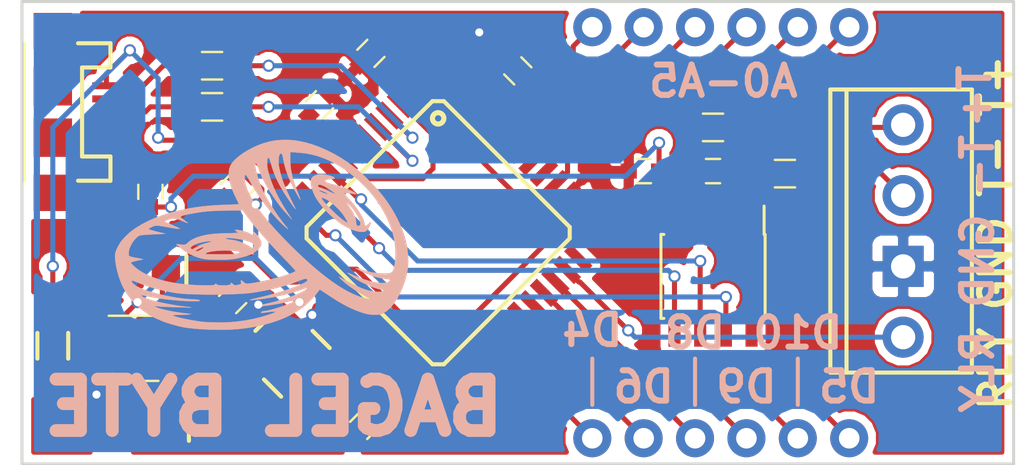
<source format=kicad_pcb>
(kicad_pcb (version 4) (host pcbnew 4.0.6)
  (layers (0 F.Cu signal) (31 B.Cu signal) (34 B.Paste user) (35 F.Paste user) (36 B.SilkS user) (37 F.SilkS user) (38 B.Mask user) (39 F.Mask user) (44 Edge.Cuts user))
  (net 0 "")
  (net 1 GND)
  (net 2 3.3V)
  (net 3 /T+)
  (net 4 /T-)
  (net 5 "Net-(C6-Pad1)")
  (net 6 /UVCC)
  (net 7 "Net-(C8-Pad1)")
  (net 8 "Net-(C9-Pad1)")
  (net 9 "Net-(C10-Pad1)")
  (net 10 5V)
  (net 11 /TIN+)
  (net 12 /TIN-)
  (net 13 /D10)
  (net 14 /D9)
  (net 15 /D8)
  (net 16 /D6)
  (net 17 /D5)
  (net 18 /D4)
  (net 19 /D11)
  (net 20 /A5)
  (net 21 /A4)
  (net 22 /A3)
  (net 23 /A2)
  (net 24 /A1)
  (net 25 /A0)
  (net 26 "Net-(J4-PadD+)")
  (net 27 "Net-(J4-PadD-)")
  (net 28 "Net-(J4-PadID)")
  (net 29 "Net-(J4-PadMT1)")
  (net 30 "Net-(M1-Pad1)")
  (net 31 /D-)
  (net 32 /D+)
  (net 33 /SS)
  (net 34 /SCK)
  (net 35 /MOSI)
  (net 36 /MISO)
  (net 37 "Net-(M1-Pad13)")
  (net 38 "Net-(M1-Pad18)")
  (net 39 "Net-(M1-Pad19)")
  (net 40 "Net-(M1-Pad20)")
  (net 41 "Net-(M1-Pad21)")
  (net 42 "Net-(M1-Pad22)")
  (net 43 "Net-(M1-Pad26)")
  (net 44 "Net-(M1-Pad33)")
  (net 45 "Net-(U2-Pad4)")
  (net 46 /RELAY)
  (module Fiducials:Fiducial_0.75mm_Dia_1.5mm_Outer (layer F.Cu) (at 131.064 73.025)
    (fp_text reference REF**)
    (fp_text value Fiducial_0.75mm_Dia_1.5mm_Outer)
    (pad ~ smd circle (at 0 0) (size 0.75 0.75) (layers F.Cu F.Mask) (clearance 0.375))
  )
  (module Connectors:USB-MICROB (layer F.Cu) (at 130.81 57.531 180)
    (fp_text reference J4)
    (fp_text value USB_MICRO-B_SMT)
    (pad D+ smd rect (at -2.64922 0) (size 1.39954 0.34798) (layers F.Cu F.Paste F.Mask) (net 26 "Net-(J4-PadD+)"))
    (pad D- smd rect (at -2.64922 0.6477) (size 1.39954 0.34798) (layers F.Cu F.Paste F.Mask) (net 27 "Net-(J4-PadD-)"))
    (pad GND smd rect (at -2.64922 -1.29794) (size 1.39954 0.34798) (layers F.Cu F.Paste F.Mask) (net 1 GND))
    (pad ID smd rect (at -2.64922 -0.6477) (size 1.39954 0.34798) (layers F.Cu F.Paste F.Mask) (net 28 "Net-(J4-PadID)"))
    (pad MT1 smd rect (at 0 3.99796 270) (size 1.79832 1.89992) (layers F.Cu F.Paste F.Mask) (net 29 "Net-(J4-PadMT1)"))
    (pad MT2 smd rect (at 0 -3.99796 270) (size 1.79832 1.89992) (layers F.Cu F.Paste F.Mask) (net 29 "Net-(J4-PadMT1)"))
    (pad P$1 smd rect (at 0 1.27 270) (size 1.89992 1.89992) (layers F.Cu F.Paste F.Mask) (net 29 "Net-(J4-PadMT1)"))
    (pad P$2 smd rect (at 0 -1.27 270) (size 1.89992 1.89992) (layers F.Cu F.Paste F.Mask) (net 29 "Net-(J4-PadMT1)"))
    (pad VBUS smd rect (at -2.64922 1.29794) (size 1.39954 0.34798) (layers F.Cu F.Paste F.Mask) (net 6 /UVCC))
  )
  (module Capacitors_SMD:C_0603 (layer F.Cu) (at 160.032 60.452 180)
    (fp_text reference C1)
    (fp_text value 0.1UF-0603-100V-10%)
    (pad 2 smd rect (at 0.75 0 180) (size 0.8 0.75) (layers F.Cu F.Paste F.Mask) (net 1 GND))
    (pad 1 smd rect (at -0.75 0 180) (size 0.8 0.75) (layers F.Cu F.Paste F.Mask) (net 2 3.3V))
  )
  (module Capacitors_SMD:C_0603 (layer F.Cu) (at 163.449 60.452 180)
    (fp_text reference C4)
    (fp_text value 10NF-0603-50V-10%)
    (pad 2 smd rect (at 0.75 0 180) (size 0.8 0.75) (layers F.Cu F.Paste F.Mask) (net 3 /T+))
    (pad 1 smd rect (at -0.75 0 180) (size 0.8 0.75) (layers F.Cu F.Paste F.Mask) (net 4 /T-))
  )
  (module Capacitors_SMD:C_0603 (layer F.Cu) (at 135.636 61.48 90)
    (fp_text reference C5)
    (fp_text value 0.1UF-0603-100V-10%)
    (pad 2 smd rect (at 0.75 0 90) (size 0.8 0.75) (layers F.Cu F.Paste F.Mask) (net 1 GND))
    (pad 1 smd rect (at -0.75 0 90) (size 0.8 0.75) (layers F.Cu F.Paste F.Mask) (net 2 3.3V))
  )
  (module Capacitors_SMD:C_0603 (layer F.Cu) (at 143.99567 57.17233 45)
    (fp_text reference C6)
    (fp_text value 1.0UF-0603-16V-10%)
    (pad 2 smd rect (at 0.75 0 45) (size 0.8 0.75) (layers F.Cu F.Paste F.Mask) (net 1 GND))
    (pad 1 smd rect (at -0.75 0 45) (size 0.8 0.75) (layers F.Cu F.Paste F.Mask) (net 5 "Net-(C6-Pad1)"))
  )
  (module Capacitors_SMD:C_0603 (layer F.Cu) (at 146.53567 54.63233 225)
    (fp_text reference C7)
    (fp_text value 1.0UF-0603-16V-10%)
    (pad 2 smd rect (at 0.75 0 225) (size 0.8 0.75) (layers F.Cu F.Paste F.Mask) (net 1 GND))
    (pad 1 smd rect (at -0.75 0 225) (size 0.8 0.75) (layers F.Cu F.Paste F.Mask) (net 6 /UVCC))
  )
  (module Capacitors_SMD:C_0603 (layer F.Cu) (at 153.797 55.499 135)
    (fp_text reference C8)
    (fp_text value 0.1UF-0603-100V-10%)
    (pad 2 smd rect (at 0.75 0 135) (size 0.8 0.75) (layers F.Cu F.Paste F.Mask) (net 1 GND))
    (pad 1 smd rect (at -0.75 0 135) (size 0.8 0.75) (layers F.Cu F.Paste F.Mask) (net 7 "Net-(C8-Pad1)"))
  )
  (module Capacitors_SMD:C_0603 (layer F.Cu) (at 146.177 73.025 225)
    (fp_text reference C9)
    (fp_text value 22PF-0603-50V-5%)
    (pad 2 smd rect (at 0.75 0 225) (size 0.8 0.75) (layers F.Cu F.Paste F.Mask) (net 1 GND))
    (pad 1 smd rect (at -0.75 0 225) (size 0.8 0.75) (layers F.Cu F.Paste F.Mask) (net 8 "Net-(C9-Pad1)"))
  )
  (module Capacitors_SMD:C_0603 (layer F.Cu) (at 139.7 66.802 45)
    (fp_text reference C10)
    (fp_text value 22PF-0603-50V-5%)
    (pad 2 smd rect (at 0.75 0 45) (size 0.8 0.75) (layers F.Cu F.Paste F.Mask) (net 1 GND))
    (pad 1 smd rect (at -0.75 0 45) (size 0.8 0.75) (layers F.Cu F.Paste F.Mask) (net 9 "Net-(C10-Pad1)"))
  )
  (module sparkfun-samd21-pro-breakout:SPARKFUN-POWERIC_PTC-1206-WIDE (layer F.Cu) (at 130.81 69.088 270)
    (fp_text reference F1)
    (fp_text value PPTC_HALF-AMP)
    (pad 1 smd rect (at -1.65354 0 270) (size 0.99822 1.79832) (layers F.Cu F.Paste F.Mask) (net 6 /UVCC))
    (pad 2 smd rect (at 1.65354 0 270) (size 0.99822 1.79832) (layers F.Cu F.Paste F.Mask) (net 10 5V))
  )
  (module Inductors_SMD:L_0603 (layer F.Cu) (at 163.449 58.293)
    (fp_text reference FB1)
    (fp_text value FERRITE_BEAD-0603)
    (pad 1 smd rect (at -0.75 0) (size 0.5 0.9) (layers F.Cu F.Paste F.Mask) (net 3 /T+))
    (pad 2 smd rect (at 0.75 0) (size 0.5 0.9) (layers F.Cu F.Paste F.Mask) (net 11 /TIN+))
  )
  (module Inductors_SMD:L_0603 (layer F.Cu) (at 167.005 60.579)
    (fp_text reference FB2)
    (fp_text value FERRITE_BEAD-0603)
    (pad 1 smd rect (at -0.75 0) (size 0.5 0.9) (layers F.Cu F.Paste F.Mask) (net 4 /T-))
    (pad 2 smd rect (at 0.75 0) (size 0.5 0.9) (layers F.Cu F.Paste F.Mask) (net 12 /TIN-))
  )
  (module Connectors:1X06_NO_SILK (layer F.Cu) (at 170.18 73.66 180)
    (fp_text reference J1)
    (fp_text value CONN_06NO_SILK_FEMALE_PTH)
    (pad 1 thru_hole circle (at 0 0 180) (size 1.8796 1.8796) (drill 1.016) (layers *.Cu *.Paste *.Mask) (net 17 /D5))
    (pad 2 thru_hole circle (at 2.54 0 180) (size 1.8796 1.8796) (drill 1.016) (layers *.Cu *.Paste *.Mask) (net 13 /D10))
    (pad 3 thru_hole circle (at 5.08 0 180) (size 1.8796 1.8796) (drill 1.016) (layers *.Cu *.Paste *.Mask) (net 14 /D9))
    (pad 4 thru_hole circle (at 7.62 0 180) (size 1.8796 1.8796) (drill 1.016) (layers *.Cu *.Paste *.Mask) (net 15 /D8))
    (pad 5 thru_hole circle (at 10.16 0 180) (size 1.8796 1.8796) (drill 1.016) (layers *.Cu *.Paste *.Mask) (net 16 /D6))
    (pad 6 thru_hole circle (at 12.7 0 180) (size 1.8796 1.8796) (drill 1.016) (layers *.Cu *.Paste *.Mask) (net 18 /D4))
  )
  (module Connectors:SCREWTERMINAL-3.5MM-4 (layer F.Cu) (at 172.847 58.166 270)
    (fp_text reference J2)
    (fp_text value CONN_04SCREW)
    (pad 1 thru_hole circle (at 0 0 270) (size 2.032 2.032) (drill 1.19888) (layers *.Cu *.Paste *.Mask) (net 11 /TIN+))
    (pad 2 thru_hole circle (at 3.49758 0 270) (size 2.032 2.032) (drill 1.19888) (layers *.Cu *.Paste *.Mask) (net 12 /TIN-))
    (pad 3 thru_hole rect (at 6.9977 0 270) (size 2.032 2.032) (drill 1.19888) (layers *.Cu *.Paste *.Mask) (net 1 GND))
    (pad 4 thru_hole circle (at 10.49782 0 270) (size 2.032 2.032) (drill 1.19888) (layers *.Cu *.Paste *.Mask) (net 46 /RELAY))
  )
  (module Connectors:1X06_NO_SILK (layer F.Cu) (at 157.48 53.34)
    (fp_text reference J3)
    (fp_text value CONN_06NO_SILK_FEMALE_PTH)
    (pad 1 thru_hole circle (at 0 0) (size 1.8796 1.8796) (drill 1.016) (layers *.Cu *.Paste *.Mask) (net 20 /A5))
    (pad 2 thru_hole circle (at 2.54 0) (size 1.8796 1.8796) (drill 1.016) (layers *.Cu *.Paste *.Mask) (net 21 /A4))
    (pad 3 thru_hole circle (at 5.08 0) (size 1.8796 1.8796) (drill 1.016) (layers *.Cu *.Paste *.Mask) (net 22 /A3))
    (pad 4 thru_hole circle (at 7.62 0) (size 1.8796 1.8796) (drill 1.016) (layers *.Cu *.Paste *.Mask) (net 23 /A2))
    (pad 5 thru_hole circle (at 10.16 0) (size 1.8796 1.8796) (drill 1.016) (layers *.Cu *.Paste *.Mask) (net 24 /A1))
    (pad 6 thru_hole circle (at 12.7 0) (size 1.8796 1.8796) (drill 1.016) (layers *.Cu *.Paste *.Mask) (net 25 /A0))
  )
  (module IC:TQFP44 (layer F.Cu) (at 149.86 63.5 315)
    (fp_text reference M1)
    (fp_text value ATMEGA32U4TQFP-44)
    (pad 1 smd rect (at -5.79882 -3.99796 315) (size 1.4986 0.49784) (layers F.Cu F.Paste F.Mask) (net 30 "Net-(M1-Pad1)"))
    (pad 2 smd rect (at -5.79882 -3.19786 315) (size 1.4986 0.49784) (layers F.Cu F.Paste F.Mask) (net 6 /UVCC))
    (pad 3 smd rect (at -5.79882 -2.39776 315) (size 1.4986 0.49784) (layers F.Cu F.Paste F.Mask) (net 31 /D-))
    (pad 4 smd rect (at -5.79882 -1.59766 315) (size 1.4986 0.49784) (layers F.Cu F.Paste F.Mask) (net 32 /D+))
    (pad 5 smd rect (at -5.79882 -0.79756 315) (size 1.4986 0.49784) (layers F.Cu F.Paste F.Mask) (net 1 GND))
    (pad 6 smd rect (at -5.79882 0 315) (size 1.4986 0.49784) (layers F.Cu F.Paste F.Mask) (net 5 "Net-(C6-Pad1)"))
    (pad 7 smd rect (at -5.79882 0.79756 315) (size 1.4986 0.49784) (layers F.Cu F.Paste F.Mask) (net 6 /UVCC))
    (pad 8 smd rect (at -5.79882 1.59766 315) (size 1.4986 0.49784) (layers F.Cu F.Paste F.Mask) (net 33 /SS))
    (pad 9 smd rect (at -5.79882 2.39776 315) (size 1.4986 0.49784) (layers F.Cu F.Paste F.Mask) (net 34 /SCK))
    (pad 10 smd rect (at -5.79882 3.19786 315) (size 1.4986 0.49784) (layers F.Cu F.Paste F.Mask) (net 35 /MOSI))
    (pad 11 smd rect (at -5.79882 3.99796 315) (size 1.4986 0.49784) (layers F.Cu F.Paste F.Mask) (net 36 /MISO))
    (pad 12 smd rect (at -3.99796 5.79882 315) (size 0.49784 1.4986) (layers F.Cu F.Paste F.Mask) (net 19 /D11))
    (pad 13 smd rect (at -3.19786 5.79882 315) (size 0.49784 1.4986) (layers F.Cu F.Paste F.Mask) (net 37 "Net-(M1-Pad13)"))
    (pad 14 smd rect (at -2.39776 5.79882 315) (size 0.49784 1.4986) (layers F.Cu F.Paste F.Mask) (net 10 5V))
    (pad 15 smd rect (at -1.59766 5.79882 315) (size 0.49784 1.4986) (layers F.Cu F.Paste F.Mask) (net 1 GND))
    (pad 16 smd rect (at -0.79756 5.79882 315) (size 0.49784 1.4986) (layers F.Cu F.Paste F.Mask) (net 9 "Net-(C10-Pad1)"))
    (pad 17 smd rect (at 0 5.79882 315) (size 0.49784 1.4986) (layers F.Cu F.Paste F.Mask) (net 8 "Net-(C9-Pad1)"))
    (pad 18 smd rect (at 0.79756 5.79882 315) (size 0.49784 1.4986) (layers F.Cu F.Paste F.Mask) (net 38 "Net-(M1-Pad18)"))
    (pad 19 smd rect (at 1.59766 5.79882 315) (size 0.49784 1.4986) (layers F.Cu F.Paste F.Mask) (net 39 "Net-(M1-Pad19)"))
    (pad 20 smd rect (at 2.39776 5.79882 315) (size 0.49784 1.4986) (layers F.Cu F.Paste F.Mask) (net 40 "Net-(M1-Pad20)"))
    (pad 21 smd rect (at 3.19786 5.79882 315) (size 0.49784 1.4986) (layers F.Cu F.Paste F.Mask) (net 41 "Net-(M1-Pad21)"))
    (pad 22 smd rect (at 3.99796 5.79882 315) (size 0.49784 1.4986) (layers F.Cu F.Paste F.Mask) (net 42 "Net-(M1-Pad22)"))
    (pad 23 smd rect (at 5.79882 3.99796 315) (size 1.4986 0.49784) (layers F.Cu F.Paste F.Mask) (net 1 GND))
    (pad 24 smd rect (at 5.79882 3.19786 315) (size 1.4986 0.49784) (layers F.Cu F.Paste F.Mask) (net 10 5V))
    (pad 25 smd rect (at 5.79882 2.39776 315) (size 1.4986 0.49784) (layers F.Cu F.Paste F.Mask) (net 18 /D4))
    (pad 26 smd rect (at 5.79882 1.59766 315) (size 1.4986 0.49784) (layers F.Cu F.Paste F.Mask) (net 43 "Net-(M1-Pad26)"))
    (pad 27 smd rect (at 5.79882 0.79756 315) (size 1.4986 0.49784) (layers F.Cu F.Paste F.Mask) (net 16 /D6))
    (pad 28 smd rect (at 5.79882 0 315) (size 1.4986 0.49784) (layers F.Cu F.Paste F.Mask) (net 15 /D8))
    (pad 29 smd rect (at 5.79882 -0.79756 315) (size 1.4986 0.49784) (layers F.Cu F.Paste F.Mask) (net 14 /D9))
    (pad 30 smd rect (at 5.79882 -1.59766 315) (size 1.4986 0.49784) (layers F.Cu F.Paste F.Mask) (net 13 /D10))
    (pad 31 smd rect (at 5.79882 -2.39776 315) (size 1.4986 0.49784) (layers F.Cu F.Paste F.Mask) (net 17 /D5))
    (pad 32 smd rect (at 5.79882 -3.19786 315) (size 1.4986 0.49784) (layers F.Cu F.Paste F.Mask) (net 46 /RELAY))
    (pad 33 smd rect (at 5.79882 -3.99796 315) (size 1.4986 0.49784) (layers F.Cu F.Paste F.Mask) (net 44 "Net-(M1-Pad33)"))
    (pad 34 smd rect (at 3.99796 -5.79882 315) (size 0.49784 1.4986) (layers F.Cu F.Paste F.Mask) (net 10 5V))
    (pad 35 smd rect (at 3.19786 -5.79882 315) (size 0.49784 1.4986) (layers F.Cu F.Paste F.Mask) (net 1 GND))
    (pad 36 smd rect (at 2.39776 -5.79882 315) (size 0.49784 1.4986) (layers F.Cu F.Paste F.Mask) (net 25 /A0))
    (pad 37 smd rect (at 1.59766 -5.79882 315) (size 0.49784 1.4986) (layers F.Cu F.Paste F.Mask) (net 24 /A1))
    (pad 38 smd rect (at 0.79756 -5.79882 315) (size 0.49784 1.4986) (layers F.Cu F.Paste F.Mask) (net 23 /A2))
    (pad 39 smd rect (at 0 -5.79882 315) (size 0.49784 1.4986) (layers F.Cu F.Paste F.Mask) (net 22 /A3))
    (pad 40 smd rect (at -0.79756 -5.79882 315) (size 0.49784 1.4986) (layers F.Cu F.Paste F.Mask) (net 21 /A4))
    (pad 41 smd rect (at -1.59766 -5.79882 315) (size 0.49784 1.4986) (layers F.Cu F.Paste F.Mask) (net 20 /A5))
    (pad 42 smd rect (at -2.39776 -5.79882 315) (size 0.49784 1.4986) (layers F.Cu F.Paste F.Mask) (net 7 "Net-(C8-Pad1)"))
    (pad 43 smd rect (at -3.19786 -5.79882 315) (size 0.49784 1.4986) (layers F.Cu F.Paste F.Mask) (net 1 GND))
    (pad 44 smd rect (at -3.99796 -5.79882 315) (size 0.49784 1.4986) (layers F.Cu F.Paste F.Mask) (net 10 5V))
  )
  (module Resistors_SMD:R_0603 (layer F.Cu) (at 138.684 57.277)
    (fp_text reference R1)
    (fp_text value 22OHM-0603-1_10W-1%)
    (pad 1 smd rect (at -0.75 0) (size 0.5 0.9) (layers F.Cu F.Paste F.Mask) (net 26 "Net-(J4-PadD+)"))
    (pad 2 smd rect (at 0.75 0) (size 0.5 0.9) (layers F.Cu F.Paste F.Mask) (net 32 /D+))
  )
  (module Resistors_SMD:R_0603 (layer F.Cu) (at 138.684 55.245)
    (fp_text reference R2)
    (fp_text value 22OHM-0603-1_10W-1%)
    (pad 1 smd rect (at -0.75 0) (size 0.5 0.9) (layers F.Cu F.Paste F.Mask) (net 27 "Net-(J4-PadD-)"))
    (pad 2 smd rect (at 0.75 0) (size 0.5 0.9) (layers F.Cu F.Paste F.Mask) (net 31 /D-))
  )
  (module Resistors_SMD:R_0603 (layer F.Cu) (at 139.954 61.214 225)
    (fp_text reference R3)
    (fp_text value 10KOHM-0603-1_10W-1%)
    (pad 1 smd rect (at -0.75 0 225) (size 0.5 0.9) (layers F.Cu F.Paste F.Mask) (net 10 5V))
    (pad 2 smd rect (at 0.75 0 225) (size 0.5 0.9) (layers F.Cu F.Paste F.Mask) (net 37 "Net-(M1-Pad13)"))
  )
  (module Housings_SOIC:SOIC-8_3.9x4.9mm_Pitch1.27mm (layer F.Cu) (at 163.449 65.659 270)
    (fp_text reference U1)
    (fp_text value MAX31855KASA)
    (pad 1 smd rect (at -2.7 -1.905 270) (size 1.55 0.6) (layers F.Cu F.Paste F.Mask) (net 1 GND))
    (pad 2 smd rect (at -2.7 -0.635 270) (size 1.55 0.6) (layers F.Cu F.Paste F.Mask) (net 4 /T-))
    (pad 3 smd rect (at -2.7 0.635 270) (size 1.55 0.6) (layers F.Cu F.Paste F.Mask) (net 3 /T+))
    (pad 4 smd rect (at -2.7 1.905 270) (size 1.55 0.6) (layers F.Cu F.Paste F.Mask) (net 2 3.3V))
    (pad 5 smd rect (at 2.7 1.905 270) (size 1.55 0.6) (layers F.Cu F.Paste F.Mask) (net 34 /SCK))
    (pad 6 smd rect (at 2.7 0.635 270) (size 1.55 0.6) (layers F.Cu F.Paste F.Mask) (net 33 /SS))
    (pad 7 smd rect (at 2.7 -0.635 270) (size 1.55 0.6) (layers F.Cu F.Paste F.Mask) (net 36 /MISO))
    (pad 8 smd rect (at 2.7 -1.905 270) (size 1.55 0.6) (layers F.Cu F.Paste F.Mask))
  )
  (module TO_SOT_Packages_SMD:SOT-23-5 (layer F.Cu) (at 135.128 69.215)
    (fp_text reference U2)
    (fp_text value MIC5219-3.3BM5)
    (pad 1 smd rect (at -1.1 -0.95) (size 1.06 0.65) (layers F.Cu F.Paste F.Mask) (net 10 5V))
    (pad 2 smd rect (at -1.1 0) (size 1.06 0.65) (layers F.Cu F.Paste F.Mask) (net 1 GND))
    (pad 3 smd rect (at -1.1 0.95) (size 1.06 0.65) (layers F.Cu F.Paste F.Mask) (net 10 5V))
    (pad 4 smd rect (at 1.1 0.95) (size 1.06 0.65) (layers F.Cu F.Paste F.Mask) (net 45 "Net-(U2-Pad4)"))
    (pad 5 smd rect (at 1.1 -0.95) (size 1.06 0.65) (layers F.Cu F.Paste F.Mask) (net 2 3.3V))
  )
  (module Clocks:CRYSTAL-SMD-5X3.2-4PAD (layer F.Cu) (at 142.875 69.977 135)
    (fp_text reference Y1)
    (fp_text value CRYSTAL-16MHZSMD-5X3.2)
    (pad 1 smd rect (at -1.84912 1.14808 135) (size 1.89992 1.09982) (layers F.Cu F.Paste F.Mask) (net 8 "Net-(C9-Pad1)"))
    (pad 2 smd rect (at 1.84912 1.14808 135) (size 1.89992 1.09982) (layers F.Cu F.Paste F.Mask))
    (pad 3 smd rect (at 1.84912 -1.14808 135) (size 1.89992 1.09982) (layers F.Cu F.Paste F.Mask) (net 9 "Net-(C10-Pad1)"))
    (pad 4 smd rect (at -1.84912 -1.14808 135) (size 1.89992 1.09982) (layers F.Cu F.Paste F.Mask))
  )
  (module RCL:EIA3216 (layer F.Cu) (at 135.12546 73.025)
    (fp_text reference C2)
    (fp_text value 10UF-POLAR-EIA3216-16V-10%_TANT_)
    (pad + smd rect (at 1.39954 0 90) (size 1.59766 1.39954) (layers F.Cu F.Paste F.Mask) (net 10 5V))
    (pad - smd rect (at -1.39954 0 90) (size 1.59766 1.39954) (layers F.Cu F.Paste F.Mask) (net 1 GND))
  )
  (module RCL:EIA3216 (layer F.Cu) (at 135.001 65.405)
    (fp_text reference C3)
    (fp_text value 10UF-POLAR-EIA3216-16V-10%_TANT_)
    (pad + smd rect (at 1.39954 0 90) (size 1.59766 1.39954) (layers F.Cu F.Paste F.Mask) (net 2 3.3V))
    (pad - smd rect (at -1.39954 0 90) (size 1.59766 1.39954) (layers F.Cu F.Paste F.Mask) (net 1 GND))
  )
  (module Fiducials:Fiducial_0.75mm_Dia_1.5mm_Outer (layer F.Cu) (at 176.276 54.102)
    (fp_text reference "")
    (fp_text value Fiducial_0.75mm_Dia_1.5mm_Outer)
    (pad ~ smd circle (at 0 0) (size 0.75 0.75) (layers F.Cu F.Mask) (clearance 0.375))
  )
  (module Custom_Silk:Bagel_Byte_Logo_2 (layer B.Cu) (at 141.224 63.627 180)
    (fp_text reference G*** hide)
    (fp_text value LOGO hide)
  )
  (gr_text "BAGEL BYTE" (at 141.732 72.136) (layer B.SilkS) (effects (font (size 2.54 2.54) (thickness 0.635)) (justify mirror)))
  (gr_text "T+\n" (at 176.403 56.769 90) (layer B.SilkS) (effects (font (size 1.5 1.5) (thickness 0.3)) (justify mirror)))
  (gr_text "T-\n" (at 176.53 60.198 90) (layer B.SilkS) (effects (font (size 1.5 1.5) (thickness 0.3)) (justify mirror)))
  (gr_text GND (at 176.53 64.897 90) (layer B.SilkS) (effects (font (size 1.5 1.5) (thickness 0.3)) (justify mirror)))
  (gr_text "RLY\n" (at 176.53 70.358 90) (layer B.SilkS) (effects (font (size 1.5 1.5) (thickness 0.3)) (justify mirror)))
  (gr_line (start 167.64 69.723) (end 167.64 72.009) (layer B.SilkS) (width 0.2))
  (gr_line (start 162.56 69.723) (end 162.56 72.009) (layer B.SilkS) (width 0.2))
  (gr_line (start 157.48 69.723) (end 157.48 72.009) (layer B.SilkS) (width 0.2))
  (gr_text "D4\n" (at 157.48 68.326) (layer B.SilkS) (effects (font (size 1.5 1.5) (thickness 0.3)) (justify mirror)))
  (gr_text "D8\n" (at 162.56 68.453) (layer B.SilkS) (effects (font (size 1.5 1.5) (thickness 0.3)) (justify mirror)))
  (gr_text "D6\n" (at 160.02 71.12) (layer B.SilkS) (effects (font (size 1.5 1.5) (thickness 0.3)) (justify mirror)))
  (gr_text D9 (at 165.1 71.12) (layer B.SilkS) (effects (font (size 1.5 1.5) (thickness 0.3)) (justify mirror)))
  (gr_text D10 (at 167.64 68.453) (layer B.SilkS) (effects (font (size 1.5 1.5) (thickness 0.3)) (justify mirror)))
  (gr_text "D5\n" (at 170.18 71.12) (layer B.SilkS) (effects (font (size 1.5 1.5) (thickness 0.3)) (justify mirror)))
  (gr_text "A0-A5\n" (at 163.957 56.007) (layer B.SilkS) (effects (font (size 1.5 1.5) (thickness 0.3)) (justify mirror)))
  (gr_text "RLY\n" (at 177.419 70.231 90) (layer F.SilkS) (effects (font (size 1.5 1.5) (thickness 0.3))))
  (gr_text GND (at 177.419 65.024 90) (layer F.SilkS) (effects (font (size 1.5 1.5) (thickness 0.3))))
  (gr_text "T-\n" (at 177.419 60.198 90) (layer F.SilkS) (effects (font (size 1.5 1.5) (thickness 0.3))))
  (gr_text "T+\n" (at 177.419 56.261 90) (layer F.SilkS) (effects (font (size 1.5 1.5) (thickness 0.3))))
  (gr_line (start 129.286 52.07) (end 129.286 74.93) (layer Edge.Cuts) (width 0.15))
  (gr_line (start 178.308 52.07) (end 129.286 52.07) (layer Edge.Cuts) (width 0.15))
  (gr_line (start 178.308 74.93) (end 129.286 74.93) (layer Edge.Cuts) (width 0.15))
  (gr_line (start 178.308 52.07) (end 178.308 74.93) (layer Edge.Cuts) (width 0.15))
  (segment (start 133.72592 73.025) (end 133.72592 72.25792) (width 0.25) (layer F.Cu) (net 1))
  (via (at 132.969 71.501) (size 0.6) (drill 0.4) (layers F.Cu B.Cu) (net 1))
  (segment (start 133.72592 72.25792) (end 132.969 71.501) (width 0.25) (layer F.Cu) (net 1))
  (segment (start 142.113 68.326) (end 142.875 68.326) (width 0.25) (layer B.Cu) (net 1))
  (segment (start 142.875 68.326) (end 143.637 67.564) (width 0.25) (layer B.Cu) (net 1))
  (segment (start 141.269999 67.482999) (end 142.113 68.326) (width 0.25) (layer B.Cu) (net 1))
  (segment (start 140.97 67.056) (end 141.269999 67.355999) (width 0.25) (layer B.Cu) (net 1))
  (segment (start 141.269999 67.355999) (end 141.269999 67.482999) (width 0.25) (layer B.Cu) (net 1))
  (segment (start 140.23033 66.27167) (end 140.23033 66.31633) (width 0.25) (layer F.Cu) (net 1))
  (segment (start 140.23033 66.31633) (end 140.97 67.056) (width 0.25) (layer F.Cu) (net 1))
  (via (at 140.97 67.056) (size 0.6) (drill 0.4) (layers F.Cu B.Cu) (net 1))
  (segment (start 153.26667 54.96867) (end 151.892 53.594) (width 0.25) (layer F.Cu) (net 1))
  (via (at 151.892 53.594) (size 0.6) (drill 0.4) (layers F.Cu B.Cu) (net 1))
  (segment (start 135.02894 58.82894) (end 135.636 59.436) (width 0.25) (layer F.Cu) (net 1))
  (segment (start 135.636 59.436) (end 135.636 60.73) (width 0.25) (layer F.Cu) (net 1))
  (segment (start 133.45922 58.82894) (end 135.02894 58.82894) (width 0.25) (layer F.Cu) (net 1))
  (segment (start 143.637 67.564) (end 143.936999 67.863999) (width 0.25) (layer B.Cu) (net 1))
  (segment (start 144.629899 66.470669) (end 144.629899 66.571101) (width 0.25) (layer F.Cu) (net 1))
  (segment (start 144.629899 66.571101) (end 143.637 67.564) (width 0.25) (layer F.Cu) (net 1))
  (via (at 143.637 67.564) (size 0.6) (drill 0.4) (layers F.Cu B.Cu) (net 1))
  (segment (start 160.782 59.055) (end 160.782 60.452) (width 0.25) (layer F.Cu) (net 2))
  (segment (start 137.751736 60.706) (end 159.131 60.706) (width 0.25) (layer B.Cu) (net 2))
  (via (at 160.782 59.055) (size 0.6) (drill 0.4) (layers F.Cu B.Cu) (net 2))
  (segment (start 159.131 60.706) (end 160.782 59.055) (width 0.25) (layer B.Cu) (net 2))
  (segment (start 136.652 62.23) (end 136.652 61.805736) (width 0.25) (layer B.Cu) (net 2))
  (segment (start 136.652 61.805736) (end 137.751736 60.706) (width 0.25) (layer B.Cu) (net 2))
  (segment (start 135.636 62.23) (end 136.652 62.23) (width 0.25) (layer F.Cu) (net 2))
  (via (at 136.652 62.23) (size 0.6) (drill 0.4) (layers F.Cu B.Cu) (net 2))
  (segment (start 135.636 62.23) (end 135.636 62.88) (width 0.25) (layer F.Cu) (net 2))
  (segment (start 135.636 62.88) (end 136.40054 63.64454) (width 0.25) (layer F.Cu) (net 2))
  (segment (start 136.40054 63.64454) (end 136.40054 65.405) (width 0.25) (layer F.Cu) (net 2))
  (segment (start 136.228 68.265) (end 136.228 65.57754) (width 0.25) (layer F.Cu) (net 2))
  (segment (start 136.228 65.57754) (end 136.40054 65.405) (width 0.25) (layer F.Cu) (net 2))
  (segment (start 161.544 62.959) (end 161.544 61.976) (width 0.25) (layer F.Cu) (net 2))
  (segment (start 161.544 61.976) (end 160.782 61.214) (width 0.25) (layer F.Cu) (net 2))
  (segment (start 160.782 61.214) (end 160.782 60.452) (width 0.25) (layer F.Cu) (net 2))
  (segment (start 162.699 60.452) (end 162.699 62.844) (width 0.25) (layer F.Cu) (net 3))
  (segment (start 162.699 62.844) (end 162.814 62.959) (width 0.25) (layer F.Cu) (net 3))
  (segment (start 162.699 58.293) (end 162.699 60.452) (width 0.25) (layer F.Cu) (net 3))
  (segment (start 164.199 60.452) (end 164.199 62.844) (width 0.25) (layer F.Cu) (net 4))
  (segment (start 164.199 62.844) (end 164.084 62.959) (width 0.25) (layer F.Cu) (net 4))
  (segment (start 166.255 60.579) (end 164.326 60.579) (width 0.25) (layer F.Cu) (net 4))
  (segment (start 164.326 60.579) (end 164.199 60.452) (width 0.25) (layer F.Cu) (net 4))
  (segment (start 143.46534 57.70266) (end 143.801215 58.038535) (width 0.25) (layer F.Cu) (net 5))
  (segment (start 143.801215 58.038535) (end 144.398535 58.038535) (width 0.25) (layer F.Cu) (net 5))
  (segment (start 144.398535 58.038535) (end 145.15907 58.79907) (width 0.25) (layer F.Cu) (net 5))
  (segment (start 145.15907 58.79907) (end 145.759615 59.399615) (width 0.25) (layer F.Cu) (net 5))
  (segment (start 136.017 58.801) (end 136.017 55.88) (width 0.25) (layer B.Cu) (net 6))
  (segment (start 136.017 55.88) (end 134.62 54.483) (width 0.25) (layer B.Cu) (net 6))
  (segment (start 145.195655 59.963575) (end 144.16008 58.928) (width 0.25) (layer F.Cu) (net 6))
  (segment (start 144.16008 58.928) (end 136.144 58.928) (width 0.25) (layer F.Cu) (net 6))
  (segment (start 136.144 58.928) (end 136.017 58.801) (width 0.25) (layer F.Cu) (net 6))
  (via (at 136.017 58.801) (size 0.6) (drill 0.4) (layers F.Cu B.Cu) (net 6))
  (segment (start 148.020844 57.138387) (end 148.621389 57.738932) (width 0.25) (layer F.Cu) (net 6))
  (segment (start 148.621389 57.738932) (end 148.670932 57.738932) (width 0.25) (layer F.Cu) (net 6))
  (segment (start 148.670932 57.738932) (end 149.606 58.674) (width 0.25) (layer F.Cu) (net 6))
  (segment (start 149.606 58.674) (end 149.606 60.325) (width 0.25) (layer F.Cu) (net 6))
  (segment (start 149.606 60.325) (end 149.098 60.833) (width 0.25) (layer F.Cu) (net 6))
  (segment (start 149.098 60.833) (end 146.06508 60.833) (width 0.25) (layer F.Cu) (net 6))
  (segment (start 146.06508 60.833) (end 145.195655 59.963575) (width 0.25) (layer F.Cu) (net 6))
  (segment (start 130.81 65.151) (end 130.81 58.293) (width 0.25) (layer B.Cu) (net 6))
  (segment (start 130.81 58.293) (end 134.62 54.483) (width 0.25) (layer B.Cu) (net 6))
  (segment (start 130.81 67.43446) (end 130.81 65.151) (width 0.25) (layer F.Cu) (net 6))
  (via (at 130.81 65.151) (size 0.6) (drill 0.4) (layers F.Cu B.Cu) (net 6))
  (segment (start 133.45922 56.23306) (end 133.45922 55.64378) (width 0.25) (layer F.Cu) (net 6))
  (segment (start 133.45922 55.64378) (end 134.62 54.483) (width 0.25) (layer F.Cu) (net 6))
  (via (at 134.62 54.483) (size 0.6) (drill 0.4) (layers F.Cu B.Cu) (net 6))
  (segment (start 147.574 54.61) (end 147.574 56.065924) (width 0.25) (layer F.Cu) (net 6))
  (segment (start 147.574 56.065924) (end 147.420299 56.219625) (width 0.25) (layer F.Cu) (net 6))
  (segment (start 147.420299 56.219625) (end 147.420299 56.537842) (width 0.25) (layer F.Cu) (net 6))
  (segment (start 147.420299 56.537842) (end 148.020844 57.138387) (width 0.25) (layer F.Cu) (net 6))
  (segment (start 147.066 54.102) (end 147.574 54.61) (width 0.25) (layer F.Cu) (net 6))
  (segment (start 153.200056 56.769) (end 153.58766 56.769) (width 0.25) (layer F.Cu) (net 7))
  (segment (start 153.58766 56.769) (end 154.32733 56.02933) (width 0.25) (layer F.Cu) (net 7))
  (segment (start 152.264913 57.704143) (end 153.200056 56.769) (width 0.25) (layer F.Cu) (net 7))
  (segment (start 145.923 71.40137) (end 145.923 71.71034) (width 0.25) (layer F.Cu) (net 8))
  (segment (start 145.923 71.71034) (end 146.70733 72.49467) (width 0.25) (layer F.Cu) (net 8))
  (segment (start 144.99434 70.47271) (end 145.923 71.40137) (width 0.25) (layer F.Cu) (net 8))
  (segment (start 145.759615 67.600385) (end 144.145 69.215) (width 0.25) (layer F.Cu) (net 8))
  (segment (start 144.145 69.215) (end 144.145 69.62337) (width 0.25) (layer F.Cu) (net 8))
  (segment (start 144.145 69.62337) (end 144.99434 70.47271) (width 0.25) (layer F.Cu) (net 8))
  (segment (start 139.827 68.55263) (end 139.827 67.98966) (width 0.25) (layer F.Cu) (net 9))
  (segment (start 139.827 67.98966) (end 139.16967 67.33233) (width 0.25) (layer F.Cu) (net 9))
  (segment (start 140.75566 69.48129) (end 139.827 68.55263) (width 0.25) (layer F.Cu) (net 9))
  (segment (start 141.732 68.834) (end 141.40295 68.834) (width 0.25) (layer F.Cu) (net 9))
  (segment (start 141.40295 68.834) (end 140.75566 69.48129) (width 0.25) (layer F.Cu) (net 9))
  (segment (start 142.37929 69.48129) (end 141.732 68.834) (width 0.25) (layer F.Cu) (net 9))
  (segment (start 145.195655 67.036425) (end 142.75079 69.48129) (width 0.25) (layer F.Cu) (net 9))
  (segment (start 142.75079 69.48129) (end 142.37929 69.48129) (width 0.25) (layer F.Cu) (net 9))
  (segment (start 133.223 70.104) (end 132.58546 70.74154) (width 0.25) (layer F.Cu) (net 10))
  (segment (start 132.58546 70.74154) (end 130.81 70.74154) (width 0.25) (layer F.Cu) (net 10))
  (segment (start 133.762 70.104) (end 133.223 70.104) (width 0.25) (layer F.Cu) (net 10))
  (segment (start 134.028 70.165) (end 133.823 70.165) (width 0.25) (layer F.Cu) (net 10))
  (segment (start 133.823 70.165) (end 133.762 70.104) (width 0.25) (layer F.Cu) (net 10))
  (segment (start 135.001 66.929) (end 137.16 64.77) (width 0.25) (layer B.Cu) (net 10))
  (segment (start 137.16 64.77) (end 140.843 64.77) (width 0.25) (layer B.Cu) (net 10))
  (segment (start 134.028 68.265) (end 134.028 67.902) (width 0.25) (layer F.Cu) (net 10))
  (segment (start 134.028 67.902) (end 135.001 66.929) (width 0.25) (layer F.Cu) (net 10))
  (via (at 135.001 66.929) (size 0.6) (drill 0.4) (layers F.Cu B.Cu) (net 10))
  (segment (start 134.028 68.265) (end 132.53743 68.265) (width 0.25) (layer F.Cu) (net 10))
  (segment (start 132.53743 68.265) (end 130.81 69.99243) (width 0.25) (layer F.Cu) (net 10))
  (segment (start 130.81 69.99243) (end 130.81 70.74154) (width 0.25) (layer F.Cu) (net 10))
  (segment (start 140.843 62.103) (end 141.142999 61.803001) (width 0.25) (layer F.Cu) (net 10))
  (segment (start 141.142999 61.803001) (end 141.142999 61.342339) (width 0.25) (layer F.Cu) (net 10))
  (segment (start 141.142999 61.342339) (end 140.48433 60.68367) (width 0.25) (layer F.Cu) (net 10))
  (segment (start 143.002 66.929) (end 140.843 64.77) (width 0.25) (layer B.Cu) (net 10))
  (segment (start 140.843 64.77) (end 140.843 62.103) (width 0.25) (layer B.Cu) (net 10))
  (via (at 140.843 62.103) (size 0.6) (drill 0.4) (layers F.Cu B.Cu) (net 10))
  (segment (start 144.664688 65.304368) (end 144.664688 64.986152) (width 0.25) (layer F.Cu) (net 10))
  (segment (start 144.664688 64.986152) (end 144.529245 64.850709) (width 0.25) (layer F.Cu) (net 10))
  (segment (start 144.529245 64.850709) (end 144.529245 65.401755) (width 0.25) (layer F.Cu) (net 10))
  (segment (start 144.529245 65.401755) (end 143.002 66.929) (width 0.25) (layer F.Cu) (net 10))
  (via (at 143.002 66.929) (size 0.6) (drill 0.4) (layers F.Cu B.Cu) (net 10))
  (segment (start 148.621389 68.103389) (end 145.822368 65.304368) (width 0.25) (layer F.Cu) (net 10))
  (segment (start 145.822368 65.304368) (end 144.664688 65.304368) (width 0.25) (layer F.Cu) (net 10))
  (segment (start 144.664688 65.304368) (end 144.064143 65.904913) (width 0.25) (layer F.Cu) (net 10))
  (segment (start 151.098611 68.103389) (end 148.621389 68.103389) (width 0.25) (layer F.Cu) (net 10))
  (segment (start 155.067 64.135) (end 151.098611 68.103389) (width 0.25) (layer F.Cu) (net 10))
  (segment (start 151.098611 68.103389) (end 151.098611 69.261068) (width 0.25) (layer F.Cu) (net 10))
  (segment (start 151.098611 69.261068) (end 151.699156 69.861613) (width 0.25) (layer F.Cu) (net 10))
  (segment (start 155.067 62.992) (end 155.067 64.135) (width 0.25) (layer F.Cu) (net 10))
  (segment (start 155.067 62.992) (end 156.02197 62.992) (width 0.25) (layer F.Cu) (net 10))
  (segment (start 156.02197 62.992) (end 156.78737 62.2266) (width 0.25) (layer F.Cu) (net 10))
  (segment (start 149.987 57.912) (end 155.067 62.992) (width 0.25) (layer F.Cu) (net 10))
  (segment (start 149.987 57.785) (end 149.987 57.912) (width 0.25) (layer F.Cu) (net 10))
  (segment (start 150.532855 57.239145) (end 149.987 57.785) (width 0.25) (layer F.Cu) (net 10))
  (segment (start 151.1334 56.57263) (end 150.532855 57.173175) (width 0.25) (layer F.Cu) (net 10))
  (segment (start 150.532855 57.173175) (end 150.532855 57.239145) (width 0.25) (layer F.Cu) (net 10))
  (segment (start 134.493 71.374) (end 134.028 70.909) (width 0.25) (layer F.Cu) (net 10))
  (segment (start 134.028 70.909) (end 134.028 70.165) (width 0.25) (layer F.Cu) (net 10))
  (segment (start 135.92283 71.374) (end 134.493 71.374) (width 0.25) (layer F.Cu) (net 10))
  (segment (start 136.525 73.025) (end 136.525 71.97617) (width 0.25) (layer F.Cu) (net 10))
  (segment (start 136.525 71.97617) (end 135.92283 71.374) (width 0.25) (layer F.Cu) (net 10))
  (segment (start 164.199 58.293) (end 172.72 58.293) (width 0.25) (layer F.Cu) (net 11))
  (segment (start 172.72 58.293) (end 172.847 58.166) (width 0.25) (layer F.Cu) (net 11))
  (segment (start 172.847 61.66358) (end 171.76242 60.579) (width 0.25) (layer F.Cu) (net 12))
  (segment (start 171.76242 60.579) (end 167.755 60.579) (width 0.25) (layer F.Cu) (net 12))
  (segment (start 155.090101 66.470669) (end 159.024402 70.40497) (width 0.25) (layer F.Cu) (net 13))
  (segment (start 159.024402 70.40497) (end 164.38497 70.40497) (width 0.25) (layer F.Cu) (net 13))
  (segment (start 164.38497 70.40497) (end 166.700201 72.720201) (width 0.25) (layer F.Cu) (net 13))
  (segment (start 166.700201 72.720201) (end 167.64 73.66) (width 0.25) (layer F.Cu) (net 13))
  (segment (start 158.3429 70.85498) (end 162.29498 70.85498) (width 0.25) (layer F.Cu) (net 14))
  (segment (start 162.29498 70.85498) (end 165.1 73.66) (width 0.25) (layer F.Cu) (net 14))
  (segment (start 154.524345 67.036425) (end 158.3429 70.85498) (width 0.25) (layer F.Cu) (net 14))
  (segment (start 153.960385 67.600385) (end 157.66499 71.30499) (width 0.25) (layer F.Cu) (net 15))
  (segment (start 157.66499 71.30499) (end 160.20499 71.30499) (width 0.25) (layer F.Cu) (net 15))
  (segment (start 160.20499 71.30499) (end 161.620201 72.720201) (width 0.25) (layer F.Cu) (net 15))
  (segment (start 161.620201 72.720201) (end 162.56 73.66) (width 0.25) (layer F.Cu) (net 15))
  (segment (start 153.396425 68.164345) (end 156.98708 71.755) (width 0.25) (layer F.Cu) (net 16))
  (segment (start 158.115 71.755) (end 159.080201 72.720201) (width 0.25) (layer F.Cu) (net 16))
  (segment (start 156.98708 71.755) (end 158.115 71.755) (width 0.25) (layer F.Cu) (net 16))
  (segment (start 159.080201 72.720201) (end 160.02 73.66) (width 0.25) (layer F.Cu) (net 16))
  (segment (start 155.655857 65.904913) (end 159.705904 69.95496) (width 0.25) (layer F.Cu) (net 17))
  (segment (start 159.705904 69.95496) (end 166.47496 69.95496) (width 0.25) (layer F.Cu) (net 17))
  (segment (start 166.47496 69.95496) (end 169.240201 72.720201) (width 0.25) (layer F.Cu) (net 17))
  (segment (start 169.240201 72.720201) (end 170.18 73.66) (width 0.25) (layer F.Cu) (net 17))
  (segment (start 155.194 71.374) (end 154.343056 71.374) (width 0.25) (layer F.Cu) (net 18))
  (segment (start 154.343056 71.374) (end 152.264913 69.295857) (width 0.25) (layer F.Cu) (net 18))
  (segment (start 157.48 73.66) (end 155.194 71.374) (width 0.25) (layer F.Cu) (net 18))
  (segment (start 154.305 57.531) (end 156.540201 55.295799) (width 0.25) (layer F.Cu) (net 20))
  (segment (start 156.540201 55.295799) (end 156.540201 54.279799) (width 0.25) (layer F.Cu) (net 20))
  (segment (start 156.540201 54.279799) (end 157.48 53.34) (width 0.25) (layer F.Cu) (net 20))
  (segment (start 152.830669 58.269899) (end 153.569568 57.531) (width 0.25) (layer F.Cu) (net 20))
  (segment (start 153.569568 57.531) (end 154.305 57.531) (width 0.25) (layer F.Cu) (net 20))
  (segment (start 153.396425 58.835655) (end 153.99697 58.23511) (width 0.25) (layer F.Cu) (net 21))
  (segment (start 153.99697 58.23511) (end 154.2373 58.23511) (width 0.25) (layer F.Cu) (net 21))
  (segment (start 154.2373 58.23511) (end 156.84641 55.626) (width 0.25) (layer F.Cu) (net 21))
  (segment (start 156.84641 55.626) (end 157.734 55.626) (width 0.25) (layer F.Cu) (net 21))
  (segment (start 157.734 55.626) (end 160.02 53.34) (width 0.25) (layer F.Cu) (net 21))
  (segment (start 159.00541 54.991) (end 160.909 54.991) (width 0.25) (layer F.Cu) (net 22))
  (segment (start 160.909 54.991) (end 162.56 53.34) (width 0.25) (layer F.Cu) (net 22))
  (segment (start 157.920401 56.076009) (end 159.00541 54.991) (width 0.25) (layer F.Cu) (net 22))
  (segment (start 154.56093 58.54789) (end 157.03281 56.07601) (width 0.25) (layer F.Cu) (net 22))
  (segment (start 157.03281 56.07601) (end 157.920401 56.076009) (width 0.25) (layer F.Cu) (net 22))
  (segment (start 153.960385 59.399615) (end 154.56093 58.79907) (width 0.25) (layer F.Cu) (net 22))
  (segment (start 154.56093 58.79907) (end 154.56093 58.54789) (width 0.25) (layer F.Cu) (net 22))
  (segment (start 158.106802 56.526018) (end 159.19181 55.44101) (width 0.25) (layer F.Cu) (net 23))
  (segment (start 159.19181 55.44101) (end 162.99899 55.44101) (width 0.25) (layer F.Cu) (net 23))
  (segment (start 162.99899 55.44101) (end 164.160201 54.279799) (width 0.25) (layer F.Cu) (net 23))
  (segment (start 164.160201 54.279799) (end 165.1 53.34) (width 0.25) (layer F.Cu) (net 23))
  (segment (start 155.17892 58.56631) (end 157.21921 56.52602) (width 0.25) (layer F.Cu) (net 23))
  (segment (start 157.21921 56.52602) (end 158.106802 56.526018) (width 0.25) (layer F.Cu) (net 23))
  (segment (start 154.524345 59.963575) (end 155.17892 59.309) (width 0.25) (layer F.Cu) (net 23))
  (segment (start 155.17892 59.309) (end 155.17892 58.56631) (width 0.25) (layer F.Cu) (net 23))
  (segment (start 159.62798 55.89102) (end 165.08898 55.89102) (width 0.25) (layer F.Cu) (net 24))
  (segment (start 165.08898 55.89102) (end 167.64 53.34) (width 0.25) (layer F.Cu) (net 24))
  (segment (start 155.702 58.67964) (end 157.405612 56.976028) (width 0.25) (layer F.Cu) (net 24))
  (segment (start 157.405612 56.976028) (end 158.542972 56.976028) (width 0.25) (layer F.Cu) (net 24))
  (segment (start 158.542972 56.976028) (end 159.62798 55.89102) (width 0.25) (layer F.Cu) (net 24))
  (segment (start 155.090101 60.529331) (end 155.702 59.917432) (width 0.25) (layer F.Cu) (net 24))
  (segment (start 155.702 59.917432) (end 155.702 58.67964) (width 0.25) (layer F.Cu) (net 24))
  (segment (start 158.854962 57.426038) (end 159.93997 56.34103) (width 0.25) (layer F.Cu) (net 25))
  (segment (start 159.93997 56.34103) (end 167.17897 56.34103) (width 0.25) (layer F.Cu) (net 25))
  (segment (start 169.240201 54.279799) (end 170.18 53.34) (width 0.25) (layer F.Cu) (net 25))
  (segment (start 167.17897 56.34103) (end 169.240201 54.279799) (width 0.25) (layer F.Cu) (net 25))
  (segment (start 156.256402 58.881598) (end 157.711962 57.426038) (width 0.25) (layer F.Cu) (net 25))
  (segment (start 157.711962 57.426038) (end 158.854962 57.426038) (width 0.25) (layer F.Cu) (net 25))
  (segment (start 155.655857 61.095087) (end 156.256402 60.494542) (width 0.25) (layer F.Cu) (net 25))
  (segment (start 156.256402 60.494542) (end 156.256402 58.881598) (width 0.25) (layer F.Cu) (net 25))
  (segment (start 135.382 57.531) (end 135.636 57.277) (width 0.25) (layer F.Cu) (net 26))
  (segment (start 135.636 57.277) (end 137.934 57.277) (width 0.25) (layer F.Cu) (net 26))
  (segment (start 133.45922 57.531) (end 135.382 57.531) (width 0.25) (layer F.Cu) (net 26))
  (segment (start 134.6327 56.8833) (end 136.271 55.245) (width 0.25) (layer F.Cu) (net 27))
  (segment (start 136.271 55.245) (end 137.934 55.245) (width 0.25) (layer F.Cu) (net 27))
  (segment (start 133.45922 56.8833) (end 134.6327 56.8833) (width 0.25) (layer F.Cu) (net 27))
  (segment (start 148.59 58.801) (end 148.551944 58.801) (width 0.25) (layer F.Cu) (net 31))
  (segment (start 148.551944 58.801) (end 147.455087 57.704143) (width 0.25) (layer F.Cu) (net 31))
  (segment (start 141.478 55.245) (end 145.034 55.245) (width 0.25) (layer B.Cu) (net 31))
  (segment (start 145.034 55.245) (end 148.59 58.801) (width 0.25) (layer B.Cu) (net 31))
  (via (at 148.59 58.801) (size 0.6) (drill 0.4) (layers F.Cu B.Cu) (net 31))
  (segment (start 139.434 55.245) (end 141.478 55.245) (width 0.25) (layer F.Cu) (net 31))
  (via (at 141.478 55.245) (size 0.6) (drill 0.4) (layers F.Cu B.Cu) (net 31))
  (segment (start 148.59 59.944) (end 148.563432 59.944) (width 0.25) (layer F.Cu) (net 32))
  (segment (start 148.563432 59.944) (end 146.889331 58.269899) (width 0.25) (layer F.Cu) (net 32))
  (segment (start 141.478 57.277) (end 145.923 57.277) (width 0.25) (layer B.Cu) (net 32))
  (segment (start 145.923 57.277) (end 148.59 59.944) (width 0.25) (layer B.Cu) (net 32))
  (via (at 148.59 59.944) (size 0.6) (drill 0.4) (layers F.Cu B.Cu) (net 32))
  (segment (start 139.434 57.277) (end 141.478 57.277) (width 0.25) (layer F.Cu) (net 32))
  (via (at 141.478 57.277) (size 0.6) (drill 0.4) (layers F.Cu B.Cu) (net 32))
  (segment (start 146.05 61.849) (end 145.949568 61.849) (width 0.25) (layer F.Cu) (net 33))
  (segment (start 145.949568 61.849) (end 144.629899 60.529331) (width 0.25) (layer F.Cu) (net 33))
  (segment (start 147.701 63.754) (end 146.05 62.103) (width 0.25) (layer B.Cu) (net 33))
  (via (at 146.05 61.849) (size 0.6) (drill 0.4) (layers F.Cu B.Cu) (net 33))
  (segment (start 146.05 62.103) (end 146.05 61.849) (width 0.25) (layer B.Cu) (net 33))
  (segment (start 148.844 64.897) (end 147.701 63.754) (width 0.25) (layer B.Cu) (net 33))
  (segment (start 162.814 64.897) (end 148.844 64.897) (width 0.25) (layer B.Cu) (net 33))
  (segment (start 162.814 68.359) (end 162.814 64.897) (width 0.25) (layer F.Cu) (net 33))
  (via (at 162.814 64.897) (size 0.6) (drill 0.4) (layers F.Cu B.Cu) (net 33))
  (segment (start 145.034 62.357) (end 145.034 62.064944) (width 0.25) (layer F.Cu) (net 34))
  (segment (start 145.034 62.064944) (end 144.064143 61.095087) (width 0.25) (layer F.Cu) (net 34))
  (segment (start 146.939 64.262) (end 145.034 62.357) (width 0.25) (layer F.Cu) (net 34))
  (segment (start 148.417001 65.359001) (end 148.036001 65.359001) (width 0.25) (layer B.Cu) (net 34))
  (segment (start 148.036001 65.359001) (end 146.939 64.262) (width 0.25) (layer B.Cu) (net 34))
  (via (at 146.939 64.262) (size 0.6) (drill 0.4) (layers F.Cu B.Cu) (net 34))
  (segment (start 161.544 65.659) (end 161.244001 65.359001) (width 0.25) (layer B.Cu) (net 34))
  (segment (start 161.244001 65.359001) (end 148.417001 65.359001) (width 0.25) (layer B.Cu) (net 34))
  (segment (start 161.544 68.359) (end 161.544 65.659) (width 0.25) (layer F.Cu) (net 34))
  (via (at 161.544 65.659) (size 0.6) (drill 0.4) (layers F.Cu B.Cu) (net 34))
  (segment (start 144.78 63.627) (end 144.33303 63.627) (width 0.25) (layer F.Cu) (net 36))
  (segment (start 144.33303 63.627) (end 142.93263 62.2266) (width 0.25) (layer F.Cu) (net 36))
  (segment (start 147.828 66.675) (end 144.78 63.627) (width 0.25) (layer B.Cu) (net 36))
  (via (at 144.78 63.627) (size 0.6) (drill 0.4) (layers F.Cu B.Cu) (net 36))
  (segment (start 164.084 66.675) (end 147.828 66.675) (width 0.25) (layer B.Cu) (net 36))
  (segment (start 164.084 68.359) (end 164.084 66.675) (width 0.25) (layer F.Cu) (net 36))
  (via (at 164.084 66.675) (size 0.6) (drill 0.4) (layers F.Cu B.Cu) (net 36))
  (segment (start 138.811 62.865) (end 138.811 62.357) (width 0.25) (layer F.Cu) (net 37))
  (segment (start 138.811 62.357) (end 139.42367 61.74433) (width 0.25) (layer F.Cu) (net 37))
  (segment (start 141.885701 65.939701) (end 138.811 62.865) (width 0.25) (layer F.Cu) (net 37))
  (segment (start 143.498387 65.339156) (end 142.897842 65.939701) (width 0.25) (layer F.Cu) (net 37))
  (segment (start 142.897842 65.939701) (end 141.885701 65.939701) (width 0.25) (layer F.Cu) (net 37))
  (segment (start 159.258 68.326) (end 159.59582 68.66382) (width 0.25) (layer B.Cu) (net 46))
  (segment (start 159.59582 68.66382) (end 172.847 68.66382) (width 0.25) (layer B.Cu) (net 46))
  (segment (start 156.221613 65.339156) (end 156.822158 65.939701) (width 0.25) (layer F.Cu) (net 46))
  (segment (start 156.822158 65.939701) (end 156.871701 65.939701) (width 0.25) (layer F.Cu) (net 46))
  (segment (start 156.871701 65.939701) (end 159.258 68.326) (width 0.25) (layer F.Cu) (net 46))
  (via (at 159.258 68.326) (size 0.6) (drill 0.4) (layers F.Cu B.Cu) (net 46))
  (zone (net 1) (net_name GND) (layer F.Cu) (connect_pads (clearance 0.381)) (min_thickness 0.254) (fill yes (arc_segments 16) (thermal_gap 0.508) (thermal_bridge_width 0.508))
    (polygon (pts (xy 129.286 52.07) (xy 178.308 52.07) (xy 178.308 74.93) (xy 129.286 74.93)))
  )
  (zone (net 1) (net_name GND) (layer B.Cu) (connect_pads (clearance 0.508)) (min_thickness 0.254) (fill yes (arc_segments 16) (thermal_gap 0.508) (thermal_bridge_width 0.508))
    (polygon (pts (xy 129.286 52.07) (xy 178.308 52.07) (xy 178.308 74.93) (xy 129.286 74.93)))
  )
)
</source>
